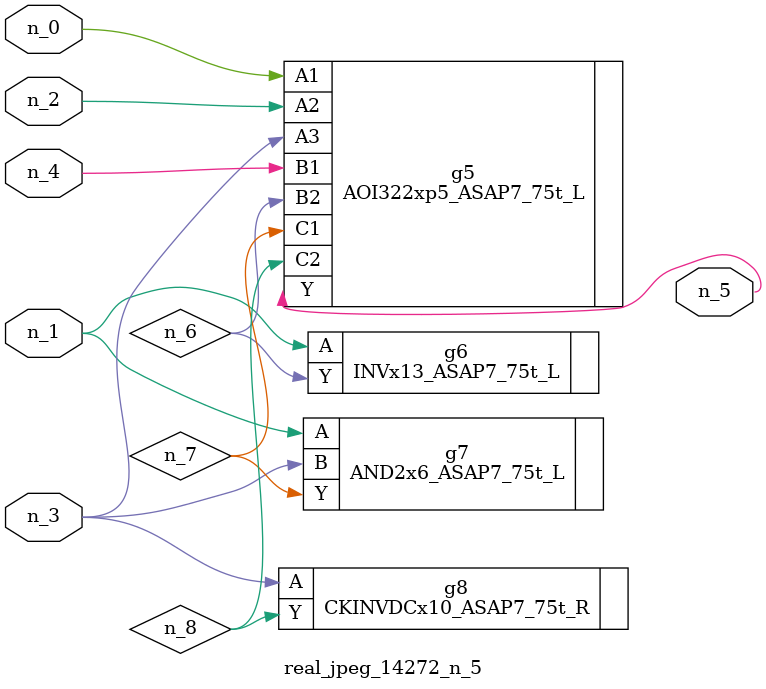
<source format=v>
module real_jpeg_14272_n_5 (n_4, n_0, n_1, n_2, n_3, n_5);

input n_4;
input n_0;
input n_1;
input n_2;
input n_3;

output n_5;

wire n_8;
wire n_6;
wire n_7;

AOI322xp5_ASAP7_75t_L g5 ( 
.A1(n_0),
.A2(n_2),
.A3(n_3),
.B1(n_4),
.B2(n_6),
.C1(n_7),
.C2(n_8),
.Y(n_5)
);

INVx13_ASAP7_75t_L g6 ( 
.A(n_1),
.Y(n_6)
);

AND2x6_ASAP7_75t_L g7 ( 
.A(n_1),
.B(n_3),
.Y(n_7)
);

CKINVDCx10_ASAP7_75t_R g8 ( 
.A(n_3),
.Y(n_8)
);


endmodule
</source>
